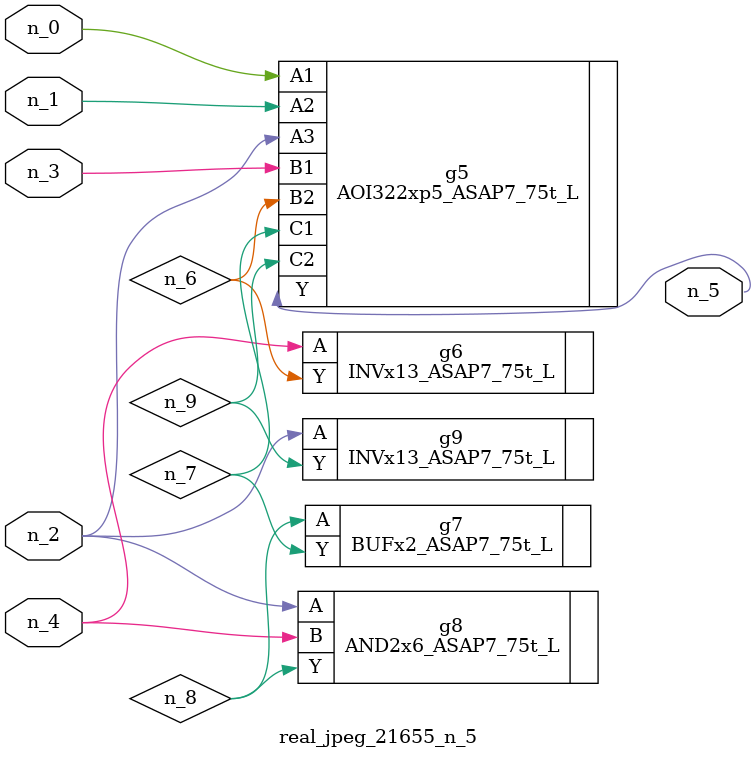
<source format=v>
module real_jpeg_21655_n_5 (n_4, n_0, n_1, n_2, n_3, n_5);

input n_4;
input n_0;
input n_1;
input n_2;
input n_3;

output n_5;

wire n_8;
wire n_6;
wire n_7;
wire n_9;

AOI322xp5_ASAP7_75t_L g5 ( 
.A1(n_0),
.A2(n_1),
.A3(n_2),
.B1(n_3),
.B2(n_6),
.C1(n_7),
.C2(n_9),
.Y(n_5)
);

AND2x6_ASAP7_75t_L g8 ( 
.A(n_2),
.B(n_4),
.Y(n_8)
);

INVx13_ASAP7_75t_L g9 ( 
.A(n_2),
.Y(n_9)
);

INVx13_ASAP7_75t_L g6 ( 
.A(n_4),
.Y(n_6)
);

BUFx2_ASAP7_75t_L g7 ( 
.A(n_8),
.Y(n_7)
);


endmodule
</source>
